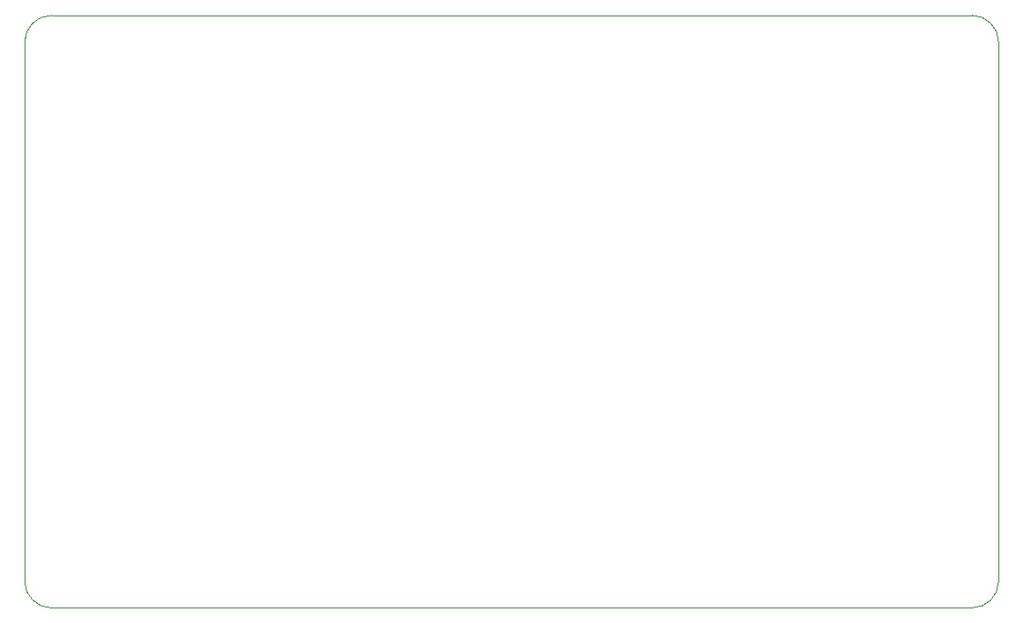
<source format=gbr>
%TF.GenerationSoftware,KiCad,Pcbnew,7.0.0*%
%TF.CreationDate,2023-07-13T20:29:25+08:00*%
%TF.ProjectId,Controller,436f6e74-726f-46c6-9c65-722e6b696361,rev?*%
%TF.SameCoordinates,Original*%
%TF.FileFunction,Profile,NP*%
%FSLAX46Y46*%
G04 Gerber Fmt 4.6, Leading zero omitted, Abs format (unit mm)*
G04 Created by KiCad (PCBNEW 7.0.0) date 2023-07-13 20:29:25*
%MOMM*%
%LPD*%
G01*
G04 APERTURE LIST*
%TA.AperFunction,Profile*%
%ADD10C,0.050000*%
%TD*%
G04 APERTURE END LIST*
D10*
X84550000Y-121850000D02*
G75*
G03*
X82050000Y-124350000I0J-2500000D01*
G01*
X82050000Y-174350000D02*
G75*
G03*
X84550000Y-176850000I2500000J0D01*
G01*
X170000000Y-176850000D02*
G75*
G03*
X172500000Y-174350000I0J2500000D01*
G01*
X172500000Y-124350000D02*
G75*
G03*
X170000000Y-121850000I-2500000J0D01*
G01*
X84550000Y-176850000D02*
X170000000Y-176850000D01*
X84550000Y-121850000D02*
X170000000Y-121850000D01*
X82050000Y-174350000D02*
X82050000Y-124350000D01*
X172500000Y-174350000D02*
X172500000Y-124350000D01*
M02*

</source>
